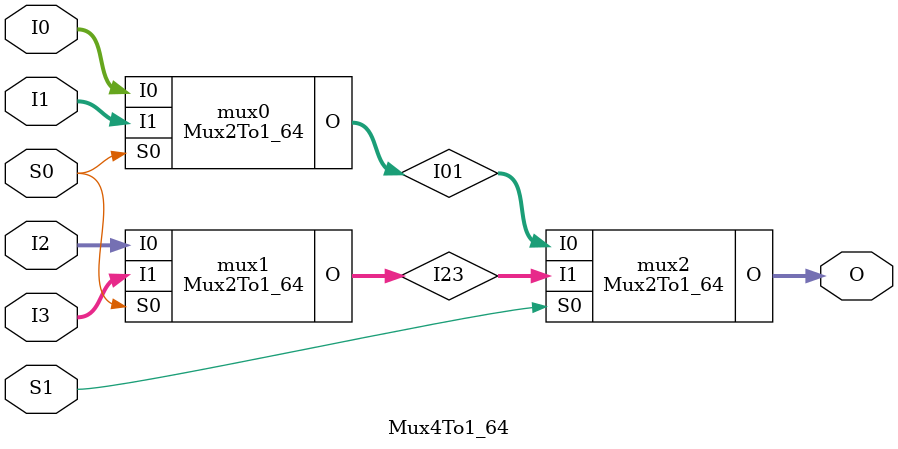
<source format=sv>
module Mux2To1_64(
    input [63:0] I0,
    input [63:0] I1,
    input S0,
    output [63:0] O
);
    assign O = S ? I1 : I0;
endmodule

module Mux4To1_64(
    input [63:0] I0,
    input [63:0] I1,
    input [63:0] I2,
    input [63:0] I3,
    input S0,
    input S1,
    output reg [63:0] O
);

    wire [63:0] I01;
    wire [63:0] I23;

    Mux2To1_64 mux0(.I0(I0), .I1(I1), .S0(S0), .O(I01));
    Mux2To1_64 mux1(.I0(I2), .I1(I3), .S0(S0), .O(I23));
    Mux2To1_64 mux2(.I0(I01), .I1(I23), .S0(S1), .O(O));

endmodule
</source>
